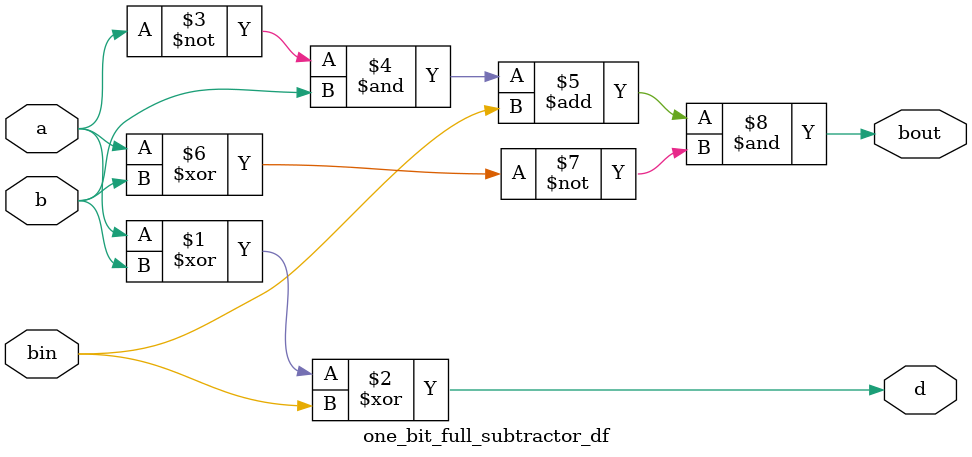
<source format=sv>
`timescale 1ns / 1ps


module one_bit_full_subtractor_df( input logic a, b, bin, output logic d, bout);
	assign d = (a ^ b) ^ bin;
	assign bout = (~a & b) + bin & (~(a ^ b));
endmodule

</source>
